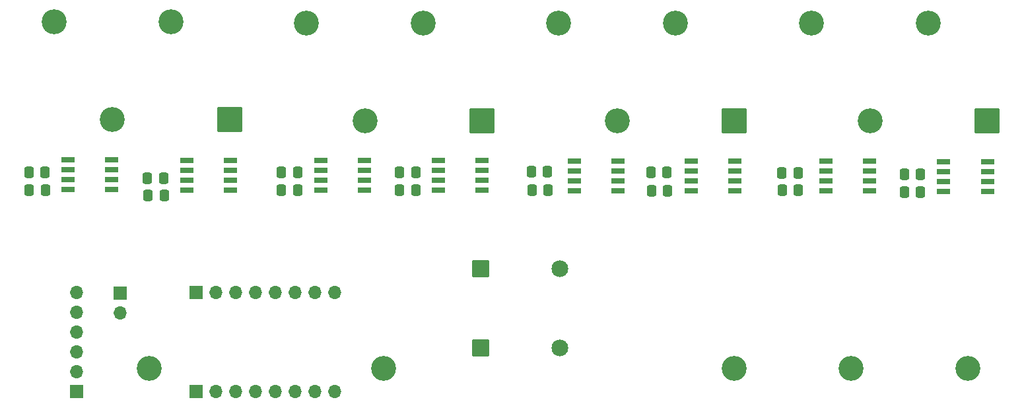
<source format=gbr>
%TF.GenerationSoftware,KiCad,Pcbnew,8.0.3*%
%TF.CreationDate,2025-02-02T18:29:45-08:00*%
%TF.ProjectId,Power_Distribution,506f7765-725f-4446-9973-747269627574,rev?*%
%TF.SameCoordinates,Original*%
%TF.FileFunction,Soldermask,Top*%
%TF.FilePolarity,Negative*%
%FSLAX46Y46*%
G04 Gerber Fmt 4.6, Leading zero omitted, Abs format (unit mm)*
G04 Created by KiCad (PCBNEW 8.0.3) date 2025-02-02 18:29:45*
%MOMM*%
%LPD*%
G01*
G04 APERTURE LIST*
G04 Aperture macros list*
%AMRoundRect*
0 Rectangle with rounded corners*
0 $1 Rounding radius*
0 $2 $3 $4 $5 $6 $7 $8 $9 X,Y pos of 4 corners*
0 Add a 4 corners polygon primitive as box body*
4,1,4,$2,$3,$4,$5,$6,$7,$8,$9,$2,$3,0*
0 Add four circle primitives for the rounded corners*
1,1,$1+$1,$2,$3*
1,1,$1+$1,$4,$5*
1,1,$1+$1,$6,$7*
1,1,$1+$1,$8,$9*
0 Add four rect primitives between the rounded corners*
20,1,$1+$1,$2,$3,$4,$5,0*
20,1,$1+$1,$4,$5,$6,$7,0*
20,1,$1+$1,$6,$7,$8,$9,0*
20,1,$1+$1,$8,$9,$2,$3,0*%
G04 Aperture macros list end*
%ADD10C,3.200000*%
%ADD11R,1.750000X0.650000*%
%ADD12RoundRect,0.250000X0.337500X0.475000X-0.337500X0.475000X-0.337500X-0.475000X0.337500X-0.475000X0*%
%ADD13RoundRect,0.102000X-0.975000X-0.975000X0.975000X-0.975000X0.975000X0.975000X-0.975000X0.975000X0*%
%ADD14C,2.154000*%
%ADD15RoundRect,0.102000X1.500000X1.500000X-1.500000X1.500000X-1.500000X-1.500000X1.500000X-1.500000X0*%
%ADD16C,3.204000*%
%ADD17R,1.700000X1.700000*%
%ADD18O,1.700000X1.700000*%
G04 APERTURE END LIST*
D10*
%TO.C,H2*%
X128990000Y-107289600D03*
%TD*%
%TO.C,H4*%
X98990000Y-107289600D03*
%TD*%
%TO.C,H3*%
X203990000Y-107289600D03*
%TD*%
%TO.C,H2*%
X173990000Y-107289600D03*
%TD*%
%TO.C,H1*%
X188990000Y-107289600D03*
%TD*%
D11*
%TO.C,IC5*%
X141669200Y-84429600D03*
X141669200Y-83159600D03*
X141669200Y-81889600D03*
X141669200Y-80619600D03*
X136069200Y-80619600D03*
X136069200Y-81889600D03*
X136069200Y-83159600D03*
X136069200Y-84429600D03*
%TD*%
D12*
%TO.C,Cf1*%
X197887500Y-82346800D03*
X195812500Y-82346800D03*
%TD*%
D11*
%TO.C,IC7*%
X109372400Y-84378800D03*
X109372400Y-83108800D03*
X109372400Y-81838800D03*
X109372400Y-80568800D03*
X103772400Y-80568800D03*
X103772400Y-81838800D03*
X103772400Y-83108800D03*
X103772400Y-84378800D03*
%TD*%
D12*
%TO.C,Cf3*%
X117979100Y-82092800D03*
X115904100Y-82092800D03*
%TD*%
D13*
%TO.C,J4*%
X141427200Y-94488000D03*
X141427200Y-104648000D03*
D14*
X151587200Y-94488000D03*
X151587200Y-104648000D03*
%TD*%
D12*
%TO.C,Cf8*%
X85619500Y-82092800D03*
X83544500Y-82092800D03*
%TD*%
D15*
%TO.C,J6*%
X206396000Y-75492000D03*
D16*
X198896000Y-62992000D03*
X191396000Y-75492000D03*
X183896000Y-62992000D03*
%TD*%
D12*
%TO.C,Cb6*%
X165447800Y-84480400D03*
X163372800Y-84480400D03*
%TD*%
%TO.C,Cb2*%
X182211800Y-84429600D03*
X180136800Y-84429600D03*
%TD*%
%TO.C,Cb1*%
X197887500Y-84632800D03*
X195812500Y-84632800D03*
%TD*%
%TO.C,Cf7*%
X150033900Y-82042000D03*
X147958900Y-82042000D03*
%TD*%
D11*
%TO.C,IC6*%
X126581600Y-84429600D03*
X126581600Y-83159600D03*
X126581600Y-81889600D03*
X126581600Y-80619600D03*
X120981600Y-80619600D03*
X120981600Y-81889600D03*
X120981600Y-83159600D03*
X120981600Y-84429600D03*
%TD*%
%TO.C,IC4*%
X159054800Y-84480400D03*
X159054800Y-83210400D03*
X159054800Y-81940400D03*
X159054800Y-80670400D03*
X153454800Y-80670400D03*
X153454800Y-81940400D03*
X153454800Y-83210400D03*
X153454800Y-84480400D03*
%TD*%
D12*
%TO.C,Cb7*%
X150135500Y-84378800D03*
X148060500Y-84378800D03*
%TD*%
%TO.C,Cf2*%
X182190300Y-82194400D03*
X180115300Y-82194400D03*
%TD*%
D15*
%TO.C,J2*%
X141612000Y-75492000D03*
D16*
X134112000Y-62992000D03*
X126612000Y-75492000D03*
X119112000Y-62992000D03*
%TD*%
D17*
%TO.C,J9*%
X104967800Y-97536000D03*
D18*
X107507800Y-97536000D03*
X110047800Y-97536000D03*
X112587800Y-97536000D03*
X115127800Y-97536000D03*
X117667800Y-97536000D03*
X120207800Y-97536000D03*
X122747800Y-97536000D03*
%TD*%
D12*
%TO.C,Cb8*%
X85641000Y-84378800D03*
X83566000Y-84378800D03*
%TD*%
%TO.C,Cb5*%
X133139000Y-84378800D03*
X131064000Y-84378800D03*
%TD*%
D17*
%TO.C,J8*%
X95199200Y-97586800D03*
D18*
X95199200Y-100126800D03*
%TD*%
D11*
%TO.C,IC2*%
X191351600Y-84480400D03*
X191351600Y-83210400D03*
X191351600Y-81940400D03*
X191351600Y-80670400D03*
X185751600Y-80670400D03*
X185751600Y-81940400D03*
X185751600Y-83210400D03*
X185751600Y-84480400D03*
%TD*%
D12*
%TO.C,Cf4*%
X100808700Y-82905600D03*
X98733700Y-82905600D03*
%TD*%
D11*
%TO.C,IC1*%
X206451200Y-84582000D03*
X206451200Y-83312000D03*
X206451200Y-82042000D03*
X206451200Y-80772000D03*
X200851200Y-80772000D03*
X200851200Y-82042000D03*
X200851200Y-83312000D03*
X200851200Y-84582000D03*
%TD*%
D17*
%TO.C,J5*%
X89611200Y-110190200D03*
D18*
X89611200Y-107650200D03*
X89611200Y-105110200D03*
X89611200Y-102570200D03*
X89611200Y-100030200D03*
X89611200Y-97490200D03*
%TD*%
D15*
%TO.C,J1*%
X173985600Y-75492000D03*
D16*
X166485600Y-62992000D03*
X158985600Y-75492000D03*
X151485600Y-62992000D03*
%TD*%
D11*
%TO.C,IC8*%
X94171200Y-84328000D03*
X94171200Y-83058000D03*
X94171200Y-81788000D03*
X94171200Y-80518000D03*
X88571200Y-80518000D03*
X88571200Y-81788000D03*
X88571200Y-83058000D03*
X88571200Y-84328000D03*
%TD*%
D12*
%TO.C,Cb3*%
X117979100Y-84378800D03*
X115904100Y-84378800D03*
%TD*%
D11*
%TO.C,IC3*%
X174040800Y-84480400D03*
X174040800Y-83210400D03*
X174040800Y-81940400D03*
X174040800Y-80670400D03*
X168440800Y-80670400D03*
X168440800Y-81940400D03*
X168440800Y-83210400D03*
X168440800Y-84480400D03*
%TD*%
D12*
%TO.C,Cb4*%
X100881000Y-85039200D03*
X98806000Y-85039200D03*
%TD*%
%TO.C,Cf5*%
X133139000Y-82143600D03*
X131064000Y-82143600D03*
%TD*%
D15*
%TO.C,J7*%
X109252400Y-75339600D03*
D16*
X101752400Y-62839600D03*
X94252400Y-75339600D03*
X86752400Y-62839600D03*
%TD*%
D12*
%TO.C,Cf6*%
X165375500Y-82143600D03*
X163300500Y-82143600D03*
%TD*%
D17*
%TO.C,J3*%
X104967800Y-110236000D03*
D18*
X107507800Y-110236000D03*
X110047800Y-110236000D03*
X112587800Y-110236000D03*
X115127800Y-110236000D03*
X117667800Y-110236000D03*
X120207800Y-110236000D03*
X122747800Y-110236000D03*
%TD*%
M02*

</source>
